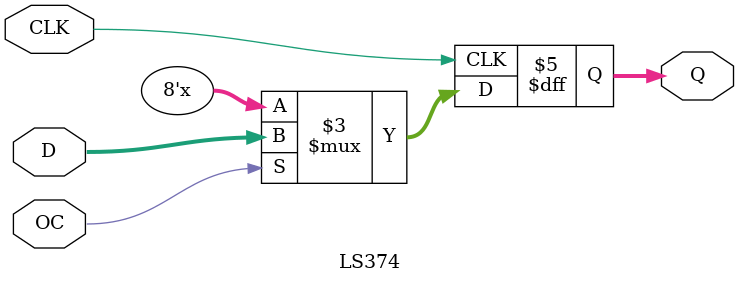
<source format=v>
`timescale 1ns / 1ps
module LS374(
    input wire OC,
    input wire CLK,
    input wire [1:8] D,
    output reg [1:8] Q
    );

	always @(posedge CLK) begin
		if (OC)
			Q = D;
		else
			Q = 8'bZ;
	end

endmodule

</source>
